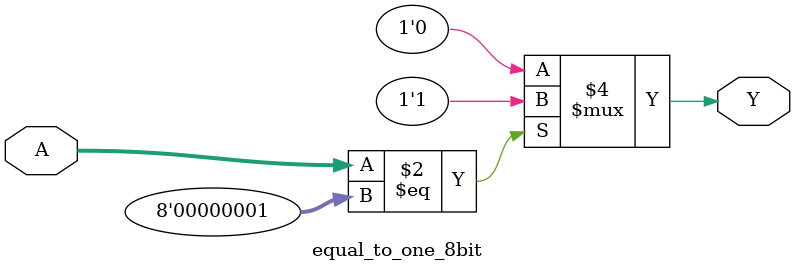
<source format=v>
`timescale 1ns / 1ps

module equal_to_one_8bit(

    input [7:0] A,
    output reg Y);

    always @(*)
        if(A == 1)
	    begin
	        Y = 1;
	    end
	else
            begin
	        Y = 0;
	    end
endmodule

</source>
